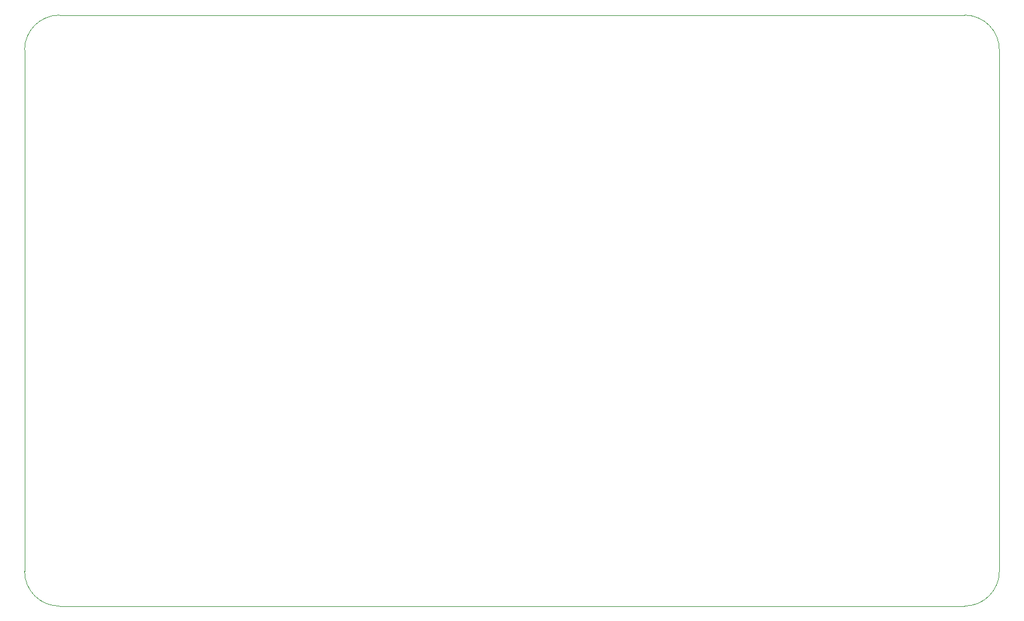
<source format=gbr>
%TF.GenerationSoftware,KiCad,Pcbnew,9.0.5*%
%TF.CreationDate,2025-12-08T19:50:26+01:00*%
%TF.ProjectId,inz,696e7a2e-6b69-4636-9164-5f7063625858,rev?*%
%TF.SameCoordinates,Original*%
%TF.FileFunction,Paste,Bot*%
%TF.FilePolarity,Positive*%
%FSLAX46Y46*%
G04 Gerber Fmt 4.6, Leading zero omitted, Abs format (unit mm)*
G04 Created by KiCad (PCBNEW 9.0.5) date 2025-12-08 19:50:26*
%MOMM*%
%LPD*%
G01*
G04 APERTURE LIST*
%TA.AperFunction,Profile*%
%ADD10C,0.050000*%
%TD*%
G04 APERTURE END LIST*
D10*
X53000000Y-103000000D02*
X53000000Y-28000000D01*
X53000000Y-28000000D02*
G75*
G02*
X58000000Y-23000000I5000000J0D01*
G01*
X58000000Y-108000000D02*
G75*
G02*
X53000000Y-103000000I0J5000000D01*
G01*
X188000000Y-108000000D02*
X58000000Y-108000000D01*
X193000000Y-28000000D02*
X193000000Y-103000000D01*
X58000000Y-23000000D02*
X188000000Y-23000000D01*
X188000000Y-23000000D02*
G75*
G02*
X193000000Y-28000000I0J-5000000D01*
G01*
X193000000Y-103000000D02*
G75*
G02*
X188000000Y-108000000I-5000000J0D01*
G01*
M02*

</source>
